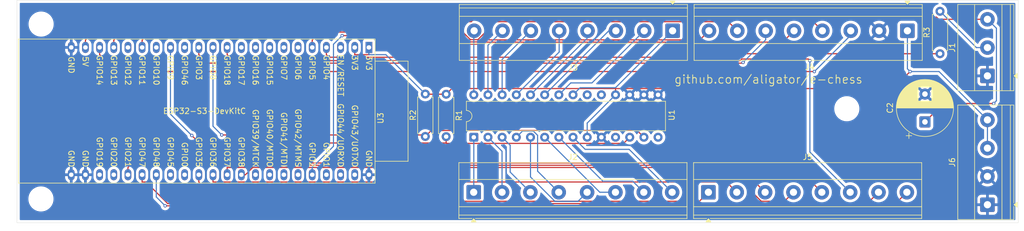
<source format=kicad_pcb>
(kicad_pcb (version 20241229) (generator "pcbnew") (generator_version "9.0")
  (title_block (comment 4 "AISLER Project ID: ACQNCHEH"))
  (layers (0 "F.Cu" signal) (2 "B.Cu" signal) (13 "F.Paste" user) (15 "B.Paste" user) (5 "F.SilkS" user "F.Silkscreen") (7 "B.SilkS" user "B.Silkscreen") (1 "F.Mask" user) (3 "B.Mask" user) (25 "Edge.Cuts" user))
  (net 0 "")
  (net 1 "+5V")
  (net 2 "GND")
  (net 3 "Net-(J1-DIN)")
  (net 4 "Net-(J4-CLK)")
  (net 5 "Net-(J4-DIN)")
  (net 7 "Net-(J4-BUSY)")
  (net 9 "Net-(J4-CS)")
  (net 11 "Net-(J4-RST)")
  (net 12 "Net-(J4-DC)")
  (net 13 "Net-(J5-GPIO37)")
  (net 14 "Net-(J5-GPIO21)")
  (net 15 "Net-(U1-SCK)")
  (net 16 "Net-(J5-GPIO47)")
  (net 17 "Net-(J5-GPIO38)")
  (net 18 "Net-(J5-GPIO36)")
  (net 19 "Net-(J5-GPIO35)")
  (net 20 "Net-(J5-GPIO18)")
  (net 21 "Net-(U1-SDA)")
  (net 23 "Net-(J5-GPIO48)")
  (net 24 "+3.3V")
  (net 25 "Net-(J3-Pin_6)")
  (net 26 "Net-(J2-Pin_1)")
  (net 27 "Net-(J3-Pin_3)")
  (net 28 "Net-(J3-Pin_5)")
  (net 29 "Net-(J3-Pin_1)")
  (net 30 "Net-(J2-Pin_6)")
  (net 31 "Net-(J2-Pin_7)")
  (net 32 "Net-(J2-Pin_5)")
  (net 33 "Net-(J3-Pin_8)")
  (net 34 "Net-(J2-Pin_3)")
  (net 35 "Net-(J3-Pin_4)")
  (net 36 "Net-(J3-Pin_2)")
  (net 37 "Net-(J2-Pin_2)")
  (net 38 "Net-(J2-Pin_4)")
  (net 39 "Net-(J2-Pin_8)")
  (net 40 "Net-(J3-Pin_7)")
  (net 44 "Net-(U3-GPIO4{slash}ADC1_CH3)")
  (footprint "TerminalBlock_Phoenix:TerminalBlock_Phoenix_MKDS-1,5-8-5.08_1x08_P5.08mm_Horizontal" (layer "F.Cu") (at 252.36 80 180)
    (property "Reference" "J4" (at 17.5 -6.51 0) (layer "F.SilkS"))
    (property "Value" "e-Paper 1.54 inch")
    (pad "1" thru_hole roundrect (at 0 0 180) (size 2.6 2.6) (drill 1.3) (layers "*.Cu" "*.Mask") (roundrect_rratio 0.096154) (net 24 "+3.3V"))
    (pad "2" thru_hole circle (at 5.08 0 180) (size 2.6 2.6) (drill 1.3) (layers "*.Cu" "*.Mask") (net 2 "GND"))
    (pad "3" thru_hole circle (at 10.16 0 180) (size 2.6 2.6) (drill 1.3) (layers "*.Cu" "*.Mask") (net 5 "Net-(J4-DIN)"))
    (pad "4" thru_hole circle (at 15.24 0 180) (size 2.6 2.6) (drill 1.3) (layers "*.Cu" "*.Mask") (net 4 "Net-(J4-CLK)"))
    (pad "5" thru_hole circle (at 20.32 0 180) (size 2.6 2.6) (drill 1.3) (layers "*.Cu" "*.Mask") (net 9 "Net-(J4-CS)"))
    (pad "6" thru_hole circle (at 25.4 0 180) (size 2.6 2.6) (drill 1.3) (layers "*.Cu" "*.Mask") (net 12 "Net-(J4-DC)"))
    (pad "7" thru_hole circle (at 30.48 0 180) (size 2.6 2.6) (drill 1.3) (layers "*.Cu" "*.Mask") (net 11 "Net-(J4-RST)"))
    (pad "8" thru_hole circle (at 35.56 0 180) (size 2.6 2.6) (drill 1.3) (layers "*.Cu" "*.Mask") (net 7 "Net-(J4-BUSY)"))
  )
  (footprint "MountingHole:MountingHole_4mm" (layer "F.Cu") (at 241.5 94)
    (property "Reference" "REF02" (hide yes))
    (property "Value" "MountingHole_4mm")
    (pad "" np_thru_hole circle (at 0 0) (size 4 4) (drill 4) (layers "*.Cu" "*.Mask"))
  )
  (footprint "TerminalBlock_Phoenix:TerminalBlock_Phoenix_MKDS-1,5-3-5.08_1x03_P5.08mm_Horizontal" (layer "F.Cu") (at 266.7 88.1 90)
    (property "Reference" "J1" (at 5.08 -6.32 90) (layer "F.SilkS"))
    (property "Value" "WS2812_LEDs")
    (pad "1" thru_hole roundrect (at 0 0 90) (size 2.6 2.6) (drill 1.3) (layers "*.Cu" "*.Mask") (roundrect_rratio 0.096154) (net 2 "GND"))
    (pad "2" thru_hole circle (at 5.08 0 90) (size 2.6 2.6) (drill 1.3) (layers "*.Cu" "*.Mask") (net 3 "Net-(J1-DIN)"))
    (pad "3" thru_hole circle (at 10.16 0 90) (size 2.6 2.6) (drill 1.3) (layers "*.Cu" "*.Mask") (net 1 "+5V"))
  )
  (footprint "Package_DIP:DIP-28_W7.62mm" (layer "F.Cu") (at 174.66 99.12 90)
    (property "Reference" "U1" (at 3.97 35.47 90) (layer "F.SilkS"))
    (property "Value" "MCP23017_SP")
    (pad "1" thru_hole roundrect (at 0 0 90) (size 1.6 1.6) (drill 0.8) (layers "*.Cu" "*.Mask") (roundrect_rratio 0.15625) (net 26 "Net-(J2-Pin_1)"))
    (pad "2" thru_hole circle (at 0 2.54 90) (size 1.6 1.6) (drill 0.8) (layers "*.Cu" "*.Mask") (net 37 "Net-(J2-Pin_2)"))
    (pad "3" thru_hole circle (at 0 5.08 90) (size 1.6 1.6) (drill 0.8) (layers "*.Cu" "*.Mask") (net 34 "Net-(J2-Pin_3)"))
    (pad "4" thru_hole circle (at 0 7.62 90) (size 1.6 1.6) (drill 0.8) (layers "*.Cu" "*.Mask") (net 38 "Net-(J2-Pin_4)"))
    (pad "5" thru_hole circle (at 0 10.16 90) (size 1.6 1.6) (drill 0.8) (layers "*.Cu" "*.Mask") (net 32 "Net-(J2-Pin_5)"))
    (pad "6" thru_hole circle (at 0 12.7 90) (size 1.6 1.6) (drill 0.8) (layers "*.Cu" "*.Mask") (net 30 "Net-(J2-Pin_6)"))
    (pad "7" thru_hole circle (at 0 15.24 90) (size 1.6 1.6) (drill 0.8) (layers "*.Cu" "*.Mask") (net 31 "Net-(J2-Pin_7)"))
    (pad "8" thru_hole circle (at 0 17.78 90) (size 1.6 1.6) (drill 0.8) (layers "*.Cu" "*.Mask") (net 39 "Net-(J2-Pin_8)"))
    (pad "9" thru_hole circle (at 0 20.32 90) (size 1.6 1.6) (drill 0.8) (layers "*.Cu" "*.Mask") (net 24 "+3.3V"))
    (pad "10" thru_hole circle (at 0 22.86 90) (size 1.6 1.6) (drill 0.8) (layers "*.Cu" "*.Mask") (net 2 "GND"))
    (pad "11" thru_hole circle (at 0 25.4 90) (size 1.6 1.6) (drill 0.8) (layers "*.Cu" "*.Mask"))
    (pad "12" thru_hole circle (at 0 27.94 90) (size 1.6 1.6) (drill 0.8) (layers "*.Cu" "*.Mask") (net 15 "Net-(U1-SCK)"))
    (pad "13" thru_hole circle (at 0 30.48 90) (size 1.6 1.6) (drill 0.8) (layers "*.Cu" "*.Mask") (net 21 "Net-(U1-SDA)"))
    (pad "14" thru_hole circle (at 0 33.02 90) (size 1.6 1.6) (drill 0.8) (layers "*.Cu" "*.Mask"))
    (pad "15" thru_hole circle (at 7.62 33.02 90) (size 1.6 1.6) (drill 0.8) (layers "*.Cu" "*.Mask") (net 2 "GND"))
    (pad "16" thru_hole circle (at 7.62 30.48 90) (size 1.6 1.6) (drill 0.8) (layers "*.Cu" "*.Mask") (net 2 "GND"))
    (pad "17" thru_hole circle (at 7.62 27.94 90) (size 1.6 1.6) (drill 0.8) (layers "*.Cu" "*.Mask") (net 2 "GND"))
    (pad "18" thru_hole circle (at 7.62 25.4 90) (size 1.6 1.6) (drill 0.8) (layers "*.Cu" "*.Mask") (net 24 "+3.3V"))
    (pad "19" thru_hole circle (at 7.62 22.86 90) (size 1.6 1.6) (drill 0.8) (layers "*.Cu" "*.Mask"))
    (pad "20" thru_hole circle (at 7.62 20.32 90) (size 1.6 1.6) (drill 0.8) (layers "*.Cu" "*.Mask"))
    (pad "21" thru_hole circle (at 7.62 17.78 90) (size 1.6 1.6) (drill 0.8) (layers "*.Cu" "*.Mask") (net 29 "Net-(J3-Pin_1)"))
    (pad "22" thru_hole circle (at 7.62 15.24 90) (size 1.6 1.6) (drill 0.8) (layers "*.Cu" "*.Mask") (net 36 "Net-(J3-Pin_2)"))
    (pad "23" thru_hole circle (at 7.62 12.7 90) (size 1.6 1.6) (drill 0.8) (layers "*.Cu" "*.Mask") (net 27 "Net-(J3-Pin_3)"))
    (pad "24" thru_hole circle (at 7.62 10.16 90) (size 1.6 1.6) (drill 0.8) (layers "*.Cu" "*.Mask") (net 35 "Net-(J3-Pin_4)"))
    (pad "25" thru_hole circle (at 7.62 7.62 90) (size 1.6 1.6) (drill 0.8) (layers "*.Cu" "*.Mask") (net 28 "Net-(J3-Pin_5)"))
    (pad "26" thru_hole circle (at 7.62 5.08 90) (size 1.6 1.6) (drill 0.8) (layers "*.Cu" "*.Mask") (net 25 "Net-(J3-Pin_6)"))
    (pad "27" thru_hole circle (at 7.62 2.54 90) (size 1.6 1.6) (drill 0.8) (layers "*.Cu" "*.Mask") (net 40 "Net-(J3-Pin_7)"))
    (pad "28" thru_hole circle (at 7.62 0 90) (size 1.6 1.6) (drill 0.8) (layers "*.Cu" "*.Mask") (net 33 "Net-(J3-Pin_8)"))
  )
  (footprint "TerminalBlock_Phoenix:TerminalBlock_Phoenix_MKDS-1,5-8-5.08_1x08_P5.08mm_Horizontal" (layer "F.Cu") (at 216.7 109)
    (property "Reference" "J5" (at 17.78 -6.32 0) (layer "F.SilkS"))
    (property "Value" "Arbitary I/O")
    (pad "1" thru_hole roundrect (at 0 0) (size 2.6 2.6) (drill 1.3) (layers "*.Cu" "*.Mask") (roundrect_rratio 0.096154) (net 19 "Net-(J5-GPIO35)"))
    (pad "2" thru_hole circle (at 5.08 0) (size 2.6 2.6) (drill 1.3) (layers "*.Cu" "*.Mask") (net 18 "Net-(J5-GPIO36)"))
    (pad "3" thru_hole circle (at 10.16 0) (size 2.6 2.6) (drill 1.3) (layers "*.Cu" "*.Mask") (net 13 "Net-(J5-GPIO37)"))
    (pad "4" thru_hole circle (at 15.24 0) (size 2.6 2.6) (drill 1.3) (layers "*.Cu" "*.Mask") (net 17 "Net-(J5-GPIO38)"))
    (pad "5" thru_hole circle (at 20.32 0) (size 2.6 2.6) (drill 1.3) (layers "*.Cu" "*.Mask") (net 14 "Net-(J5-GPIO21)"))
    (pad "6" thru_hole circle (at 25.4 0) (size 2.6 2.6) (drill 1.3) (layers "*.Cu" "*.Mask") (net 20 "Net-(J5-GPIO18)"))
    (pad "7" thru_hole circle (at 30.48 0) (size 2.6 2.6) (drill 1.3) (layers "*.Cu" "*.Mask") (net 16 "Net-(J5-GPIO47)"))
    (pad "8" thru_hole circle (at 35.56 0) (size 2.6 2.6) (drill 1.3) (layers "*.Cu" "*.Mask") (net 23 "Net-(J5-GPIO48)"))
  )
  (footprint "TerminalBlock_Phoenix:TerminalBlock_Phoenix_MKDS-1,5-8-5.08_1x08_P5.08mm_Horizontal" (layer "F.Cu") (at 174.64 109)
    (property "Reference" "J2" (at 17.78 -6.32 0) (layer "F.SilkS"))
    (property "Value" "Outputs")
    (pad "1" thru_hole roundrect (at 0 0) (size 2.6 2.6) (drill 1.3) (layers "*.Cu" "*.Mask") (roundrect_rratio 0.096154) (net 26 "Net-(J2-Pin_1)"))
    (pad "2" thru_hole circle (at 5.08 0) (size 2.6 2.6) (drill 1.3) (layers "*.Cu" "*.Mask") (net 37 "Net-(J2-Pin_2)"))
    (pad "3" thru_hole circle (at 10.16 0) (size 2.6 2.6) (drill 1.3) (layers "*.Cu" "*.Mask") (net 34 "Net-(J2-Pin_3)"))
    (pad "4" thru_hole circle (at 15.24 0) (size 2.6 2.6) (drill 1.3) (layers "*.Cu" "*.Mask") (net 38 "Net-(J2-Pin_4)"))
    (pad "5" thru_hole circle (at 20.32 0) (size 2.6 2.6) (drill 1.3) (layers "*.Cu" "*.Mask") (net 32 "Net-(J2-Pin_5)"))
    (pad "6" thru_hole circle (at 25.4 0) (size 2.6 2.6) (drill 1.3) (layers "*.Cu" "*.Mask") (net 30 "Net-(J2-Pin_6)"))
    (pad "7" thru_hole circle (at 30.48 0) (size 2.6 2.6) (drill 1.3) (layers "*.Cu" "*.Mask") (net 31 "Net-(J2-Pin_7)"))
    (pad "8" thru_hole circle (at 35.56 0) (size 2.6 2.6) (drill 1.3) (layers "*.Cu" "*.Mask") (net 39 "Net-(J2-Pin_8)"))
  )
  (footprint "Resistor_THT:R_Axial_DIN0207_L6.3mm_D2.5mm_P7.62mm_Horizontal" (layer "F.Cu") (at 169.71 99.01 90)
    (property "Reference" "R1" (at 3.81 2.3 90) (layer "F.SilkS"))
    (property "Value" "R4.7k")
    (pad "1" thru_hole circle (at 0 0 90) (size 1.6 1.6) (drill 0.8) (layers "*.Cu" "*.Mask") (net 15 "Net-(U1-SCK)"))
    (pad "2" thru_hole circle (at 7.62 0 90) (size 1.6 1.6) (drill 0.8) (layers "*.Cu" "*.Mask") (net 24 "+3.3V"))
  )
  (footprint "TerminalBlock_Phoenix:TerminalBlock_Phoenix_MKDS-1,5-8-5.08_1x08_P5.08mm_Horizontal" (layer "F.Cu") (at 210.28 80 180)
    (property "Reference" "J3" (at 17.83 -6.62 0) (layer "F.SilkS"))
    (property "Value" "Inputs")
    (pad "1" thru_hole roundrect (at 0 0 180) (size 2.6 2.6) (drill 1.3) (layers "*.Cu" "*.Mask") (roundrect_rratio 0.096154) (net 29 "Net-(J3-Pin_1)"))
    (pad "2" thru_hole circle (at 5.08 0 180) (size 2.6 2.6) (drill 1.3) (layers "*.Cu" "*.Mask") (net 36 "Net-(J3-Pin_2)"))
    (pad "3" thru_hole circle (at 10.16 0 180) (size 2.6 2.6) (drill 1.3) (layers "*.Cu" "*.Mask") (net 27 "Net-(J3-Pin_3)"))
    (pad "4" thru_hole circle (at 15.24 0 180) (size 2.6 2.6) (drill 1.3) (layers "*.Cu" "*.Mask") (net 35 "Net-(J3-Pin_4)"))
    (pad "5" thru_hole circle (at 20.32 0 180) (size 2.6 2.6) (drill 1.3) (layers "*.Cu" "*.Mask") (net 28 "Net-(J3-Pin_5)"))
    (pad "6" thru_hole circle (at 25.4 0 180) (size 2.6 2.6) (drill 1.3) (layers "*.Cu" "*.Mask") (net 25 "Net-(J3-Pin_6)"))
    (pad "7" thru_hole circle (at 30.48 0 180) (size 2.6 2.6) (drill 1.3) (layers "*.Cu" "*.Mask") (net 40 "Net-(J3-Pin_7)"))
    (pad "8" thru_hole circle (at 35.56 0 180) (size 2.6 2.6) (drill 1.3) (layers "*.Cu" "*.Mask") (net 33 "Net-(J3-Pin_8)"))
  )
  (footprint "TerminalBlock_Phoenix:TerminalBlock_Phoenix_MKDS-1,5-4-5.08_1x04_P5.08mm_Horizontal" (layer "F.Cu") (at 266.7 111.24 90)
    (property "Reference" "J6" (at 7.62 -6.32 90) (layer "F.SilkS"))
    (property "Value" "Power for I/O")
    (pad "1" thru_hole roundrect (at 0 0 90) (size 2.6 2.6) (drill 1.3) (layers "*.Cu" "*.Mask") (roundrect_rratio 0.096154) (net 2 "GND"))
    (pad "2" thru_hole circle (at 5.08 0 90) (size 2.6 2.6) (drill 1.3) (layers "*.Cu" "*.Mask") (net 2 "GND"))
    (pad "3" thru_hole circle (at 10.16 0 90) (size 2.6 2.6) (drill 1.3) (layers "*.Cu" "*.Mask") (net 24 "+3.3V"))
    (pad "4" thru_hole circle (at 15.24 0 90) (size 2.6 2.6) (drill 1.3) (layers "*.Cu" "*.Mask") (net 24 "+3.3V"))
  )
  (footprint "PCM_Espressif:ESP32-S3-DevKitC" (layer "F.Cu") (at 155.8673 82.9937 -90)
    (property "Reference" "U3" (at 12.7 -2.1 90) (layer "F.SilkS"))
    (property "Value" "ESP32-S3-DevKitC" (at 11.42632 29.46128 0) (layer "F.SilkS"))
    (fp_text user "3V3" (at 1.27 2.54 270) (layer "F.SilkS") (effects (justify left)))
    (fp_text user "GPIO37" (at 21.59 25.4 270) (layer "F.SilkS") (effects (justify right)))
    (fp_text user "GPIO41/MTDI" (at 21.59 15.24 270) (layer "F.SilkS") (effects (justify right)))
    (fp_text user "EN/RESET" (at 8.88632 5.07728 270) (layer "F.SilkS") (effects (justify right)))
    (fp_text user "GPIO48" (at 21.59 38.1 270) (layer "F.SilkS") (effects (justify right)))
    (fp_text user "GPIO9" (at 1.27 35.56 270) (layer "F.SilkS") (effects (justify left)))
    (fp_text user "GPIO36" (at 21.59 27.94 270) (layer "F.SilkS") (effects (justify right)))
    (fp_text user "GPIO20" (at 21.59 45.72 270) (layer "F.SilkS") (effects (justify right)))
    (fp_text user "GPIO19" (at 21.59 48.26 270) (layer "F.SilkS") (effects (justify right)))
    (fp_text user "GPIO3" (at 1.27 30.48 270) (layer "F.SilkS") (effects (justify left)))
    (fp_text user "GPIO38" (at 21.59 22.86 270) (layer "F.SilkS") (effects (justify right)))
    (fp_text user "GPIO5" (at 1.27 10.16 270) (layer "F.SilkS") (effects (justify left)))
    (fp_text user "GPIO15" (at 1.27 17.78 270) (layer "F.SilkS") (effects (justify left)))
    (fp_text user "GPIO1" (at 21.59 7.62 270) (layer "F.SilkS") (effects (justify right)))
    (fp_text user "GPIO7" (at 1.27 15.24 270) (layer "F.SilkS") (effects (justify left)))
    (fp_text user "GPIO14" (at 1.27 48.26 270) (layer "F.SilkS") (effects (justify left)))
    (fp_text user "GPIO45" (at 21.59 35.56 270) (layer "F.SilkS") (effects (justify right)))
    (fp_text user "GPIO39/MTCK" (at 21.59 20.32 270) (layer "F.SilkS") (effects (justify right)))
    (fp_text user "GPIO6" (at 1.27 12.7 270) (layer "F.SilkS") (effects (justify left)))
    (fp_text user "GND" (at 21.59 50.8 270) (layer "F.SilkS") (effects (justify right)))
    (fp_text user "GND" (at 1.52032 53.33728 270) (layer "F.SilkS") (effects (justify left)))
    (fp_text user "5V" (at 1.52032 50.79728 270) (layer "F.SilkS") (effects (justify left)))
    (fp_text user "3V3" (at 1.27 0 270) (layer "F.SilkS") (effects (justify left)))
    (fp_text user "GPIO17" (at 1.27 22.86 270) (layer "F.SilkS") (effects (justify left)))
    (fp_text user "GPIO35" (at 21.59 30.48 270) (layer "F.SilkS") (effects (justify right)))
    (fp_text user "GPIO42/MTMS" (at 21.59 12.7 270) (layer "F.SilkS") (effects (justify right)))
    (fp_text user "GPIO47" (at 21.59 40.64 270) (layer "F.SilkS") (effects (justify right)))
    (fp_text user "GPIO12" (at 1.27 43.18 270) (layer "F.SilkS") (effects (justify left)))
    (fp_text user "GPIO40/MTDO" (at 21.59 17.78 270) (layer "F.SilkS") (effects (justify right)))
    (fp_text user "GPIO11" (at 1.27 40.64 270) (layer "F.SilkS") (effects (justify left)))
    (fp_text user "GPIO8" (at 1.27 27.94 270) (layer "F.SilkS") (effects (justify left)))
    (fp_text user "GPIO43/U0TXD" (at 21.59 2.54 270) (layer "F.SilkS") (effects (justify right)))
    (fp_text user "GPIO2" (at 21.59 10.16 270) (layer "F.SilkS") (effects (justify right)))
    (fp_text user "GPIO4" (at 1.27 7.62 270) (layer "F.SilkS") (effects (justify left)))
    (fp_text user "GPIO44/U0RXD" (at 21.59 5.08 270) (layer "F.SilkS") (effects (justify right)))
    (fp_text user "GND" (at 21.59 53.34 270) (layer "F.SilkS") (effects (justify right)))
    (fp_text user "GPIO10" (at 1.27 38.1 270) (layer "F.SilkS") (effects (justify left)))
    (fp_text user "GPIO16" (at 1.27 20.32 270) (layer "F.SilkS") (effects (justify left)))
    (fp_text user "GPIO0" (at 21.59 33.02 270) (layer "F.SilkS") (effects (justify right)))
    (fp_text user "GPIO21" (at 21.59 43.18 270) (layer "F.SilkS") (effects (justify right)))
    (fp_text user "GPIO46" (at 1.27 33.02 270) (layer "F.SilkS") (effects (justify left)))
    (fp_text user "GND" (at 21.59 0 270) (layer "F.SilkS") (effects (justify right)))
    (fp_text user "GPIO13" (at 1.27 45.72 270) (layer "F.SilkS") (effects (justify left)))
    (fp_text user "GPIO18" (at 1.27 25.4 270) (layer "F.SilkS") (effects (justify left)))
    (pad "1" thru_hole rect (at 0 0 180) (size 1.2 2) (drill 0.8) (layers "*.Cu" "*.Mask") (net 24 "+3.3V"))
    (pad "2" thru_hole oval (at 0 2.54 180) (size 1.2 2) (drill 0.8) (layers "*.Cu" "*.Mask") (net 24 "+3.3V"))
    (pad "3" thru_hole oval (at 0 5.08 180) (size 1.2 2) (drill 0.8) (layers "*.Cu" "*.Mask"))
    (pad "4" thru_hole oval (at 0 7.62 180) (size 1.2 2) (drill 0.8) (layers "*.Cu" "*.Mask") (net 44 "Net-(U3-GPIO4{slash}ADC1_CH3)"))
    (pad "5" thru_hole oval (at 0 10.16 180) (size 1.2 2) (drill 0.8) (layers "*.Cu" "*.Mask") (net 7 "Net-(J4-BUSY)"))
    (pad "6" thru_hole oval (at 0 12.7 180) (size 1.2 2) (drill 0.8) (layers "*.Cu" "*.Mask"))
    (pad "7" thru_hole oval (at 0 15.24 180) (size 1.2 2) (drill 0.8) (layers "*.Cu" "*.Mask"))
    (pad "8" thru_hole oval (at 0 17.78 180) (size 1.2 2) (drill 0.8) (layers "*.Cu" "*.Mask"))
    (pad "9" thru_hole oval (at 0 20.32 180) (size 1.2 2) (drill 0.8) (layers "*.Cu" "*.Mask"))
    (pad "10" thru_hole oval (at 0 22.86 180) (size 1.2 2) (drill 0.8) (layers "*.Cu" "*.Mask"))
    (pad "11" thru_hole oval (at 0 25.4 180) (size 1.2 2) (drill 0.8) (layers "*.Cu" "*.Mask") (net 20 "Net-(J5-GPIO18)"))
    (pad "12" thru_hole oval (at 0 27.94 180) (size 1.2 2) (drill 0.8) (layers "*.Cu" "*.Mask") (net 21 "Net-(U1-SDA)"))
    (pad "13" thru_hole oval (at 0 30.48 180) (size 1.2 2) (drill 0.8) (layers "*.Cu" "*.Mask") (net 12 "Net-(J4-DC)"))
    (pad "14" thru_hole oval (at 0 33.02 180) (size 1.2 2) (drill 0.8) (layers "*.Cu" "*.Mask"))
    (pad "15" thru_hole oval (at 0 35.56 180) (size 1.2 2) (drill 0.8) (layers "*.Cu" "*.Mask") (net 15 "Net-(U1-SCK)"))
    (pad "16" thru_hole oval (at 0 38.1 180) (size 1.2 2) (drill 0.8) (layers "*.Cu" "*.Mask"))
    (pad "17" thru_hole oval (at 0 40.64 180) (size 1.2 2) (drill 0.8) (layers "*.Cu" "*.Mask") (net 11 "Net-(J4-RST)"))
    (pad "18" thru_hole oval (at 0 43.18 180) (size 1.2 2) (drill 0.8) (layers "*.Cu" "*.Mask"))
    (pad "19" thru_hole oval (at 0 45.72 180) (size 1.2 2) (drill 0.8) (layers "*.Cu" "*.Mask") (net 4 "Net-(J4-CLK)"))
    (pad "20" thru_hole oval (at -0.00368 48.25728 180) (size 1.2 2) (drill 0.8) (layers "*.Cu" "*.Mask") (net 5 "Net-(J4-DIN)"))
    (pad "21" thru_hole oval (at -0.00368 50.79728 180) (size 1.2 2) (drill 0.8) (layers "*.Cu" "*.Mask") (net 1 "+5V"))
    (pad "22" thru_hole oval (at -0.00368 53.33728 180) (size 1.2 2) (drill 0.8) (layers "*.Cu" "*.Mask") (net 2 "GND"))
    (pad "23" thru_hole oval (at 22.86 53.34 180) (size 1.2 2) (drill 0.8) (layers "*.Cu" "*.Mask") (net 2 "GND"))
    (pad "24" thru_hole oval (at 22.86 50.8 180) (size 1.2 2) (drill 0.8) (layers "*.Cu" "*.Mask") (net 2 "GND"))
    (pad "25" thru_hole oval (at 22.86 48.26 180) (size 1.2 2) (drill 0.8) (layers "*.Cu" "*.Mask"))
    (pad "26" thru_hole oval (at 22.86 45.72 180) (size 1.2 2) (drill 0.8) (layers "*.Cu" "*.Mask"))
    (pad "27" thru_hole oval (at 22.86 43.18 180) (size 1.2 2) (drill 0.8) (layers "*.Cu" "*.Mask") (net 14 "Net-(J5-GPIO21)"))
    (pad "28" thru_hole oval (at 22.86 40.64 180) (size 1.2 2) (drill 0.8) (layers "*.Cu" "*.Mask") (net 16 "Net-(J5-GPIO47)"))
    (pad "29" thru_hole oval (at 22.86 38.1 180) (size 1.2 2) (drill 0.8) (layers "*.Cu" "*.Mask") (net 23 "Net-(J5-GPIO48)"))
    (pad "30" thru_hole oval (at 22.86 35.56 180) (size 1.2 2) (drill 0.8) (layers "*.Cu" "*.Mask"))
    (pad "31" thru_hole oval (at 22.86 33.02 180) (size 1.2 2) (drill 0.8) (layers "*.Cu" "*.Mask"))
    (pad "32" thru_hole oval (at 22.86 30.48 180) (size 1.2 2) (drill 0.8) (layers "*.Cu" "*.Mask") (net 19 "Net-(J5-GPIO35)"))
    (pad "33" thru_hole oval (at 22.86 27.94 180) (size 1.2 2) (drill 0.8) (layers "*.Cu" "*.Mask") (net 18 "Net-(J5-GPIO36)"))
    (pad "34" thru_hole oval (at 22.86 25.4 180) (size 1.2 2) (drill 0.8) (layers "*.Cu" "*.Mask") (net 13 "Net-(J5-GPIO37)"))
    (pad "35" thru_hole oval (at 22.86 22.86 180) (size 1.2 2) (drill 0.8) (layers "*.Cu" "*.Mask") (net 17 "Net-(J5-GPIO38)"))
    (pad "36" thru_hole oval (at 22.86 20.32 180) (size 1.2 2) (drill 0.8) (layers "*.Cu" "*.Mask"))
    (pad "37" thru_hole oval (at 22.86 17.78 180) (size 1.2 2) (drill 0.8) (layers "*.Cu" "*.Mask"))
    (pad "38" thru_hole oval (at 22.86 15.24 180) (size 1.2 2) (drill 0.8) (layers "*.Cu" "*.Mask"))
    (pad "39" thru_hole oval (at 22.86 12.7 180) (size 1.2 2) (drill 0.8) (layers "*.Cu" "*.Mask"))
    (pad "40" thru_hole oval (at 22.86 10.16 180) (size 1.2 2) (drill 0.8) (layers "*.Cu" "*.Mask") (net 9 "Net-(J4-CS)"))
    (pad "41" thru_hole oval (at 22.86 7.62 180) (size 1.2 2) (drill 0.8) (layers "*.Cu" "*.Mask"))
    (pad "42" thru_hole oval (at 22.86 5.08 180) (size 1.2 2) (drill 0.8) (layers "*.Cu" "*.Mask"))
    (pad "43" thru_hole oval (at 22.86 2.54 180) (size 1.2 2) (drill 0.8) (layers "*.Cu" "*.Mask"))
    (pad "44" thru_hole oval (at 22.86 0 180) (size 1.2 2) (drill 0.8) (layers "*.Cu" "*.Mask") (net 2 "GND"))
  )
  (footprint "Resistor_THT:R_Axial_DIN0207_L6.3mm_D2.5mm_P7.62mm_Horizontal" (layer "F.Cu") (at 258.2 84.12 90)
    (property "Reference" "R3" (at 3.81 -2.37 90) (layer "F.SilkS"))
    (property "Value" "R470")
    (pad "1" thru_hole circle (at 0 0 90) (size 1.6 1.6) (drill 0.8) (layers "*.Cu" "*.Mask") (net 44 "Net-(U3-GPIO4{slash}ADC1_CH3)"))
    (pad "2" thru_hole circle (at 7.62 0 90) (size 1.6 1.6) (drill 0.8) (layers "*.Cu" "*.Mask") (net 3 "Net-(J1-DIN)"))
  )
  (footprint "MountingHole:MountingHole_4mm" (layer "F.Cu") (at 97.13 78.8)
    (property "Reference" "REF00" (hide yes))
    (property "Value" "MountingHole_4mm")
    (pad "" np_thru_hole circle (at 0 0) (size 4 4) (drill 4) (layers "*.Cu" "*.Mask"))
  )
  (footprint "MountingHole:MountingHole_4mm" (layer "F.Cu") (at 97.1 110.2)
    (property "Reference" "REF01" (hide yes))
    (property "Value" "MountingHole_4mm")
    (pad "" np_thru_hole circle (at 0 0) (size 4 4) (drill 4) (layers "*.Cu" "*.Mask"))
  )
  (footprint "Resistor_THT:R_Axial_DIN0207_L6.3mm_D2.5mm_P7.62mm_Horizontal" (layer "F.Cu") (at 165.9702 98.9798 90)
    (property "Reference" "R2" (at 3.81 -2.2 90) (layer "F.SilkS"))
    (property "Value" "R4.7k")
    (pad "1" thru_hole circle (at 0 0 90) (size 1.6 1.6) (drill 0.8) (layers "*.Cu" "*.Mask") (net 21 "Net-(U1-SDA)"))
    (pad "2" thru_hole circle (at 7.62 0 90) (size 1.6 1.6) (drill 0.8) (layers "*.Cu" "*.Mask") (net 24 "+3.3V"))
  )
  (footprint "Capacitor_THT:CP_Radial_D10.0mm_P5.00mm" (layer "F.Cu") (at 255.5 96.3677 90)
    (property "Reference" "C2" (at 2.5 -6.25 90) (layer "F.SilkS"))
    (property "Value" "470 µF")
    (pad "1" thru_hole roundrect (at 0 0 90) (size 2 2) (drill 1) (layers "*.Cu" "*.Mask") (roundrect_rratio 0.125) (net 1 "+5V"))
    (pad "2" thru_hole circle (at 5 0 90) (size 2 2) (drill 1) (layers "*.Cu" "*.Mask") (net 2 "GND"))
  )
  (gr_rect (start 92.8 74.5) (end 272.2 114.5) (stroke (width 0.05)) (fill no) (layer "Edge.Cuts"))
  (gr_text "github.com/aligator/e-chess" (at 210.5 89.6 0) (layer "F.SilkS") (effects (font (size 1.5 1.5)) (justify left bottom)))
  (segment (start 258.804 93.0637) (end 267.8139 93.0637) (width 0.2) (layer "F.Cu") (net 1))
  (segment (start 109.2029 77.5554) (end 257.5839 77.5554) (width 0.2) (layer "F.Cu") (net 1))
  (segment (start 257.9685 77.94) (end 266.7 77.94) (width 0.2) (layer "F.Cu") (net 1))
  (segment (start 105.07 81.6883) (end 109.2029 77.5554) (width 0.2) (layer "F.Cu") (net 1))
  (segment (start 105.07 82.99) (end 105.07 81.6883) (width 0.2) (layer "F.Cu") (net 1))
  (segment (start 255.5 96.3677) (end 258.804 93.0637) (width 0.2) (layer "F.Cu") (net 1))
  (segment (start 257.5839 77.5554) (end 257.9685 77.94) (width 0.2) (layer "F.Cu") (net 1))
  (via (at 267.8139 93.0637) (size 0.6) (drill 0.3) (layers "F.Cu" "B.Cu") (net 1))
  (segment (start 267.8139 93.0637) (end 268.3109 92.5667) (width 0.2) (layer "B.Cu") (net 1))
  (segment (start 268.3109 92.5667) (end 268.3109 79.5509) (width 0.2) (layer "B.Cu") (net 1))
  (segment (start 268.3109 79.5509) (end 266.7 77.94) (width 0.2) (layer "B.Cu") (net 1))
  (segment (start 264.72 83.02) (end 266.7 83.02) (width 0.2) (layer "B.Cu") (net 3))
  (segment (start 258.2 76.5) (end 264.72 83.02) (width 0.2) (layer "B.Cu") (net 3))
  (segment (start 113.3313 78.508) (end 135.258 78.508) (width 0.2) (layer "F.Cu") (net 4))
  (segment (start 135.258 78.508) (end 135.396 78.37) (width 0.2) (layer "F.Cu") (net 4))
  (segment (start 110.1473 81.692) (end 113.3313 78.508) (width 0.2) (layer "F.Cu") (net 4))
  (segment (start 174.2013 78.37) (end 174.4367 78.1346) (width 0.2) (layer "F.Cu") (net 4))
  (segment (start 235.0883 77.9683) (end 237.12 80) (width 0.2) (layer "F.Cu") (net 4))
  (segment (start 174.603 77.9683) (end 235.0883 77.9683) (width 0.2) (layer "F.Cu") (net 4))
  (segment (start 135.396 78.37) (end 174.2013 78.37) (width 0.2) (layer "F.Cu") (net 4))
  (segment (start 110.1473 82.9937) (end 110.1473 81.692) (width 0.2) (layer "F.Cu") (net 4))
  (segment (start 174.4367 78.1346) (end 174.603 77.9683) (width 0.2) (layer "F.Cu") (net 4))
  (segment (start 174.4367 78.1346) (end 174.603 77.9683) (width 0.2) (layer "F.Cu") (net 4))
  (segment (start 135.258 78.508) (end 135.396 78.37) (width 0.2) (layer "F.Cu") (net 4))
  (segment (start 235.6849 87.3207) (end 110.639 87.3207) (width 0.2) (layer "F.Cu") (net 5))
  (segment (start 107.61 82.99) (end 107.61 84.2917) (width 0.2) (layer "F.Cu") (net 5))
  (segment (start 110.639 87.3207) (end 107.61 84.2917) (width 0.2) (layer "F.Cu") (net 5))
  (via (at 235.6849 87.3207) (size 0.6) (drill 0.3) (layers "F.Cu" "B.Cu") (net 5))
  (segment (start 242.2 80) (end 242.2 80.8056) (width 0.2) (layer "B.Cu") (net 5))
  (segment (start 242.2 80.8056) (end 235.6849 87.3207) (width 0.2) (layer "B.Cu") (net 5))
  (segment (start 175.5498 82.0034) (end 175.9149 81.6383) (width 0.2) (layer "F.Cu") (net 7))
  (segment (start 145.7073 82.9937) (end 145.7073 81.692) (width 0.2) (layer "F.Cu") (net 7))
  (segment (start 215.1617 81.6383) (end 216.8 80) (width 0.2) (layer "F.Cu") (net 7))
  (segment (start 145.7073 81.692) (end 147.1573 80.242) (width 0.2) (layer "F.Cu") (net 7))
  (segment (start 147.1573 80.242) (end 172.1237 80.242) (width 0.2) (layer "F.Cu") (net 7))
  (segment (start 172.1237 80.242) (end 173.8851 82.0034) (width 0.2) (layer "F.Cu") (net 7))
  (segment (start 173.8851 82.0034) (end 175.5498 82.0034) (width 0.2) (layer "F.Cu") (net 7))
  (segment (start 175.9149 81.6383) (end 215.1617 81.6383) (width 0.2) (layer "F.Cu") (net 7))
  (segment (start 175.9515 82.1697) (end 176.0812 82.04) (width 0.2) (layer "F.Cu") (net 9))
  (segment (start 173.5186 82.4051) (end 175.7161 82.4051) (width 0.2) (layer "F.Cu") (net 9))
  (segment (start 175.9515 82.1697) (end 176.0812 82.04) (width 0.2) (layer "F.Cu") (net 9))
  (segment (start 230 82.04) (end 232.04 80) (width 0.2) (layer "F.Cu") (net 9))
  (segment (start 171.9814 80.8679) (end 173.5186 82.4051) (width 0.2) (layer "F.Cu") (net 9))
  (segment (start 151.0725 80.8679) (end 171.9814 80.8679) (width 0.2) (layer "F.Cu") (net 9))
  (segment (start 175.7161 82.4051) (end 175.9515 82.1697) (width 0.2) (layer "F.Cu") (net 9))
  (segment (start 176.0812 82.04) (end 230 82.04) (width 0.2) (layer "F.Cu") (net 9))
  (via (at 151.0725 80.8679) (size 0.6) (drill 0.3) (layers "F.Cu" "B.Cu") (net 9))
  (segment (start 149.5173 82.4231) (end 149.5173 100.742) (width 0.2) (layer "B.Cu") (net 9))
  (segment (start 145.7073 105.8537) (end 145.7073 104.552) (width 0.2) (layer "B.Cu") (net 9))
  (segment (start 151.0725 80.8679) (end 149.5173 82.4231) (width 0.2) (layer "B.Cu") (net 9))
  (segment (start 149.5173 100.742) (end 145.7073 104.552) (width 0.2) (layer "B.Cu") (net 9))
  (segment (start 117.0852 79.8341) (end 172.289 79.8341) (width 0.2) (layer "F.Cu") (net 11))
  (segment (start 172.289 79.8341) (end 174.0566 81.6017) (width 0.2) (layer "F.Cu") (net 11))
  (segment (start 220.25 78.37) (end 221.88 80) (width 0.2) (layer "F.Cu") (net 11))
  (segment (start 175.3835 81.6017) (end 178.6152 78.37) (width 0.2) (layer "F.Cu") (net 11))
  (segment (start 115.2273 82.9937) (end 115.2273 81.692) (width 0.2) (layer "F.Cu") (net 11))
  (segment (start 178.6152 78.37) (end 220.25 78.37) (width 0.2) (layer "F.Cu") (net 11))
  (segment (start 174.0566 81.6017) (end 175.3835 81.6017) (width 0.2) (layer "F.Cu") (net 11))
  (segment (start 115.2273 81.692) (end 117.0852 79.8341) (width 0.2) (layer "F.Cu") (net 11))
  (segment (start 222.9129 85.6763) (end 222.7747 85.8145) (width 0.2) (layer "F.Cu") (net 12))
  (segment (start 125.3873 82.9937) (end 125.3873 84.2954) (width 0.2) (layer "F.Cu") (net 12))
  (segment (start 126.9064 85.8145) (end 125.3873 84.2954) (width 0.2) (layer "F.Cu") (net 12))
  (segment (start 222.7747 85.8145) (end 126.9064 85.8145) (width 0.2) (layer "F.Cu") (net 12))
  (via (at 222.9129 85.6763) (size 0.6) (drill 0.3) (layers "F.Cu" "B.Cu") (net 12))
  (segment (start 226.96 80) (end 226.96 81.6292) (width 0.2) (layer "B.Cu") (net 12))
  (segment (start 226.96 81.6292) (end 222.9129 85.6763) (width 0.2) (layer "B.Cu") (net 12))
  (segment (start 130.4688 104.5505) (end 130.4673 104.552) (width 0.2) (layer "F.Cu") (net 13))
  (segment (start 130.4673 105.8537) (end 130.4673 104.552) (width 0.2) (layer "F.Cu") (net 13))
  (segment (start 134.4454 104.3857) (end 134.2806 104.5505) (width 0.2) (layer "F.Cu") (net 13))
  (segment (start 222.0103 104.1503) (end 134.6808 104.1503) (width 0.2) (layer "F.Cu") (net 13))
  (segment (start 226.86 109) (end 222.0103 104.1503) (width 0.2) (layer "F.Cu") (net 13))
  (segment (start 134.2806 104.5505) (end 130.4688 104.5505) (width 0.2) (layer "F.Cu") (net 13))
  (segment (start 134.6808 104.1503) (end 134.4454 104.3857) (width 0.2) (layer "F.Cu") (net 13))
  (segment (start 134.4454 104.3857) (end 134.2806 104.5505) (width 0.2) (layer "F.Cu") (net 13))
  (segment (start 231.7686 103.7486) (end 132.2131 103.7486) (width 0.2) (layer "F.Cu") (net 14))
  (segment (start 112.6873 105.8537) (end 112.6873 104.552) (width 0.2) (layer "F.Cu") (net 14))
  (segment (start 237.02 109) (end 231.7686 103.7486) (width 0.2) (layer "F.Cu") (net 14))
  (segment (start 131.8671 104.0946) (end 113.1447 104.0946) (width 0.2) (layer "F.Cu") (net 14))
  (segment (start 113.1447 104.0946) (end 112.6873 104.552) (width 0.2) (layer "F.Cu") (net 14))
  (segment (start 132.0319 103.9298) (end 131.8671 104.0946) (width 0.2) (layer "F.Cu") (net 14))
  (segment (start 132.0319 103.9298) (end 131.8671 104.0946) (width 0.2) (layer "F.Cu") (net 14))
  (segment (start 132.2131 103.7486) (end 132.0319 103.9298) (width 0.2) (layer "F.Cu") (net 14))
  (segment (start 202.6 99.12) (end 201.4951 100.2249) (width 0.2) (layer "F.Cu") (net 15))
  (segment (start 169.7859 100.2249) (end 169.71 100.149) (width 0.2) (layer "F.Cu") (net 15))
  (segment (start 169.71 100.149) (end 125.473 100.149) (width 0.2) (layer "F.Cu") (net 15))
  (segment (start 201.4951 100.2249) (end 169.7859 100.2249) (width 0.2) (layer "F.Cu") (net 15))
  (segment (start 125.473 100.149) (end 124.1307 98.8067) (width 0.2) (layer "F.Cu") (net 15))
  (segment (start 169.71 100.149) (end 169.71 99.01) (width 0.2) (layer "F.Cu") (net 15))
  (via (at 124.1307 98.8067) (size 0.6) (drill 0.3) (layers "F.Cu" "B.Cu") (net 15))
  (segment (start 120.3073 94.9833) (end 120.3073 82.9937) (width 0.2) (layer "B.Cu") (net 15))
  (segment (start 124.1307 98.8067) (end 120.3073 94.9833) (width 0.2) (layer "B.Cu") (net 15))
  (segment (start 115.2273 105.8537) (end 115.2273 107.1554) (width 0.2) (layer "F.Cu") (net 16))
  (segment (start 115.2273 107.1554) (end 115.9276 107.1554) (width 0.2) (layer "F.Cu") (net 16))
  (segment (start 115.9276 107.1554) (end 119.8035 111.0313) (width 0.2) (layer "F.Cu") (net 16))
  (segment (start 245.1487 111.0313) (end 247.18 109) (width 0.2) (layer "F.Cu") (net 16))
  (segment (start 119.8035 111.0313) (end 245.1487 111.0313) (width 0.2) (layer "F.Cu") (net 16))
  (segment (start 231.94 109) (end 230.3244 110.6156) (width 0.2) (layer "F.Cu") (net 17))
  (segment (start 220.105 104.552) (end 135.0473 104.552) (width 0.2) (layer "F.Cu") (net 17))
  (segment (start 133.7456 105.8537) (end 133.0073 105.8537) (width 0.2) (layer "F.Cu") (net 17))
  (segment (start 226.1686 110.6156) (end 220.105 104.552) (width 0.2) (layer "F.Cu") (net 17))
  (segment (start 230.3244 110.6156) (end 226.1686 110.6156) (width 0.2) (layer "F.Cu") (net 17))
  (segment (start 135.0473 104.552) (end 133.7456 105.8537) (width 0.2) (layer "F.Cu") (net 17))
  (segment (start 127.9273 107.1554) (end 219.9354 107.1554) (width 0.2) (layer "F.Cu") (net 18))
  (segment (start 219.9354 107.1554) (end 221.78 109) (width 0.2) (layer "F.Cu") (net 18))
  (segment (start 127.9273 105.8537) (end 127.9273 107.1554) (width 0.2) (layer "F.Cu") (net 18))
  (segment (start 216.7 109) (end 215.0828 110.6172) (width 0.2) (layer "F.Cu") (net 19))
  (segment (start 128.8491 110.6172) (end 125.3873 107.1554) (width 0.2) (layer "F.Cu") (net 19))
  (segment (start 125.3873 105.8537) (end 125.3873 107.1554) (width 0.2) (layer "F.Cu") (net 19))
  (segment (start 215.0828 110.6172) (end 128.8491 110.6172) (width 0.2) (layer "F.Cu") (net 19))
  (segment (start 131.5395 85.3676) (end 130.4673 84.2954) (width 0.2) (layer "F.Cu") (net 20))
  (segment (start 234.5935 85.0746) (end 222.6638 85.0746) (width 0.2) (layer "F.Cu") (net 20))
  (segment (start 222.6638 85.0746) (end 222.3708 85.3676) (width 0.2) (layer "F.Cu") (net 20))
  (segment (start 130.4673 82.9937) (end 130.4673 84.2954) (width 0.2) (layer "F.Cu") (net 20))
  (segment (start 222.3708 85.3676) (end 131.5395 85.3676) (width 0.2) (layer "F.Cu") (net 20))
  (segment (start 234.8865 85.3676) (end 234.5935 85.0746) (width 0.2) (layer "F.Cu") (net 20))
  (via (at 234.8865 85.3676) (size 0.6) (drill 0.3) (layers "F.Cu" "B.Cu") (net 20))
  (segment (start 234.8865 101.7865) (end 242.1 109) (width 0.2) (layer "B.Cu") (net 20))
  (segment (start 234.8865 85.3676) (end 234.8865 101.7865) (width 0.2) (layer "B.Cu") (net 20))
  (segment (start 167.044 97.906) (end 203.926 97.906) (width 0.2) (layer "F.Cu") (net 21))
  (segment (start 203.926 97.906) (end 205.14 99.12) (width 0.2) (layer "F.Cu") (net 21))
  (segment (start 165.9702 98.9798) (end 167.044 97.906) (width 0.2) (layer "F.Cu") (net 21))
  (segment (start 165.7004 98.71) (end 165.9702 98.9798) (width 0.2) (layer "F.Cu") (net 21))
  (segment (start 129.4941 98.71) (end 165.7004 98.71) (width 0.2) (layer "F.Cu") (net 21))
  (via (at 129.4941 98.71) (size 0.6) (drill 0.3) (layers "F.Cu" "B.Cu") (net 21))
  (segment (start 127.9273 82.9937) (end 127.9273 97.1432) (width 0.2) (layer "B.Cu") (net 21))
  (segment (start 127.9273 97.1432) (end 129.4941 98.71) (width 0.2) (layer "B.Cu") (net 21))
  (segment (start 249.827 111.433) (end 252.26 109) (width 0.2) (layer "F.Cu") (net 23))
  (segment (start 119.3543 111.433) (end 249.827 111.433) (width 0.2) (layer "F.Cu") (net 23))
  (via (at 119.3543 111.433) (size 0.6) (drill 0.3) (layers "F.Cu" "B.Cu") (net 23))
  (segment (start 119.3543 111.433) (end 117.7673 109.846) (width 0.2) (layer "B.Cu") (net 23))
  (segment (start 117.7673 109.846) (end 117.7673 105.8537) (width 0.2) (layer "B.Cu") (net 23))
  (segment (start 153.3273 82.9937) (end 153.3273 84.2954) (width 0.2) (layer "F.Cu") (net 24))
  (segment (start 252.8469 87.3207) (end 249.7907 90.3769) (width 0.2) (layer "F.Cu") (net 24))
  (segment (start 200.06 90.3769) (end 170.7231 90.3769) (width 0.2) (layer "F.Cu") (net 24))
  (segment (start 169.71 91.39) (end 166.0004 91.39) (width 0.2) (layer "F.Cu") (net 24))
  (segment (start 166.0004 91.39) (end 165.9702 91.3598) (width 0.2) (layer "F.Cu") (net 24))
  (segment (start 155.8673 82.9937) (end 155.8673 84.2954) (width 0.2) (layer "F.Cu") (net 24))
  (segment (start 249.7907 90.3769) (end 200.06 90.3769) (width 0.2) (layer "F.Cu") (net 24))
  (segment (start 200.06 91.5) (end 200.06 90.3769) (width 0.2) (layer "F.Cu") (net 24))
  (segment (start 153.3273 84.2954) (end 155.8673 84.2954) (width 0.2) (layer "F.Cu") (net 24))
  (segment (start 170.7231 90.3769) (end 169.71 91.39) (width 0.2) (layer "F.Cu") (net 24))
  (via (at 252.8469 87.3207) (size 0.6) (drill 0.3) (layers "F.Cu" "B.Cu") (net 24))
  (segment (start 194.98 96.58) (end 194.98 99.12) (width 0.2) (layer "B.Cu") (net 24))
  (segment (start 266.7 96) (end 258.0207 87.3207) (width 0.2) (layer "B.Cu") (net 24))
  (segment (start 266.7 101.08) (end 266.7 96) (width 0.2) (layer "B.Cu") (net 24))
  (segment (start 252.36 86.8338) (end 252.8469 87.3207) (width 0.2) (layer "B.Cu") (net 24))
  (segment (start 200.06 91.5) (end 194.98 96.58) (width 0.2) (layer "B.Cu") (net 24))
  (segment (start 252.36 80) (end 252.36 86.8338) (width 0.2) (layer "B.Cu") (net 24))
  (segment (start 258.0207 87.3207) (end 252.8469 87.3207) (width 0.2) (layer "B.Cu") (net 24))
  (segment (start 155.8673 84.2954) (end 158.9058 84.2954) (width 0.2) (layer "B.Cu") (net 24))
  (segment (start 155.8673 82.9937) (end 155.8673 84.2954) (width 0.2) (layer "B.Cu") (net 24))
  (segment (start 158.9058 84.2954) (end 165.9702 91.3598) (width 0.2) (layer "B.Cu") (net 24))
  (segment (start 179.74 85.14) (end 184.88 80) (width 0.2) (layer "B.Cu") (net 25))
  (segment (start 179.74 91.5) (end 179.74 85.14) (width 0.2) (layer "B.Cu") (net 25))
  (segment (start 174.66 99.12) (end 174.66 108.98) (width 0.2) (layer "B.Cu") (net 26))
  (segment (start 174.66 108.98) (end 174.64 109) (width 0.2) (layer "B.Cu") (net 26))
  (segment (start 198.86 80) (end 187.36 91.5) (width 0.2) (layer "B.Cu") (net 27))
  (segment (start 200.12 80) (end 198.86 80) (width 0.2) (layer "B.Cu") (net 27))
  (segment (start 182.28 91.5) (end 189.96 83.82) (width 0.2) (layer "B.Cu") (net 28))
  (segment (start 189.96 83.82) (end 189.96 80) (width 0.2) (layer "B.Cu") (net 28))
  (segment (start 192.44 91.5) (end 193.716 90.224) (width 0.2) (layer "B.Cu") (net 29))
  (segment (start 193.716 90.224) (end 200.056 90.224) (width 0.2) (layer "B.Cu") (net 29))
  (segment (start 200.056 90.224) (end 210.28 80) (width 0.2) (layer "B.Cu") (net 29))
  (segment (start 187.36 99.12) (end 197.24 109) (width 0.2) (layer "B.Cu") (net 30))
  (segment (start 197.24 109) (end 200.04 109) (width 0.2) (layer "B.Cu") (net 30))
  (segment (start 205.12 109) (end 203.1315 107.0115) (width 0.2) (layer "B.Cu") (net 31))
  (segment (start 203.1315 107.0115) (end 197.7915 107.0115) (width 0.2) (layer "B.Cu") (net 31))
  (segment (start 197.7915 107.0115) (end 189.9 99.12) (width 0.2) (layer "B.Cu") (net 31))
  (segment (start 189.2098 110.6423) (end 184.82 106.2525) (width 0.2) (layer "B.Cu") (net 32))
  (segment (start 184.82 106.2525) (end 184.82 99.12) (width 0.2) (layer "B.Cu") (net 32))
  (segment (start 194.96 109) (end 193.3177 110.6423) (width 0.2) (layer "B.Cu") (net 32))
  (segment (start 193.3177 110.6423) (end 189.2098 110.6423) (width 0.2) (layer "B.Cu") (net 32))
  (segment (start 174.72 80) (end 174.66 80.06) (width 0.2) (layer "B.Cu") (net 33))
  (segment (start 174.66 80.06) (end 174.66 91.5) (width 0.2) (layer "B.Cu") (net 33))
  (segment (start 184.8 109) (end 181.1798 105.3798) (width 0.2) (layer "B.Cu") (net 34))
  (segment (start 181.1798 105.3798) (end 181.1798 100.5598) (width 0.2) (layer "B.Cu") (net 34))
  (segment (start 181.1798 100.5598) (end 179.74 99.12) (width 0.2) (layer "B.Cu") (net 34))
  (segment (start 195.04 81.28) (end 195.04 80) (width 0.2) (layer "B.Cu") (net 35))
  (segment (start 184.82 91.5) (end 195.04 81.28) (width 0.2) (layer "B.Cu") (net 35))
  (segment (start 205.2 80) (end 195.835 89.365) (width 0.2) (layer "B.Cu") (net 36))
  (segment (start 195.835 89.365) (end 192.035 89.365) (width 0.2) (layer "B.Cu") (net 36))
  (segment (start 192.035 89.365) (end 189.9 91.5) (width 0.2) (layer "B.Cu") (net 36))
  (segment (start 179.72 101.64) (end 179.72 109) (width 0.2) (layer "B.Cu") (net 37))
  (segment (start 177.2 99.12) (end 179.72 101.64) (width 0.2) (layer "B.Cu") (net 37))
  (segment (start 186.09 105.21) (end 186.09 98.7735) (width 0.2) (layer "B.Cu") (net 38))
  (segment (start 189.88 109) (end 186.09 105.21) (width 0.2) (layer "B.Cu") (net 38))
  (segment (start 183.3827 98.0173) (end 182.28 99.12) (width 0.2) (layer "B.Cu") (net 38))
  (segment (start 185.3338 98.0173) (end 183.3827 98.0173) (width 0.2) (layer "B.Cu") (net 38))
  (segment (start 186.09 98.7735) (end 185.3338 98.0173) (width 0.2) (layer "B.Cu") (net 38))
  (segment (start 210.2 109) (end 202.4943 101.2943) (width 0.2) (layer "B.Cu") (net 39))
  (segment (start 194.6143 101.2943) (end 192.44 99.12) (width 0.2) (layer "B.Cu") (net 39))
  (segment (start 202.4943 101.2943) (end 194.6143 101.2943) (width 0.2) (layer "B.Cu") (net 39))
  (segment (start 177.2 91.5) (end 177.2 82.6) (width 0.2) (layer "B.Cu") (net 40))
  (segment (start 177.2 82.6) (end 179.8 80) (width 0.2) (layer "B.Cu") (net 40))
  (segment (start 223.0504 84.12) (end 222.4202 84.7502) (width 0.2) (layer "F.Cu") (net 44))
  (segment (start 148.2473 82.9937) (end 148.2473 84.2954) (width 0.2) (layer "F.Cu") (net 44))
  (segment (start 222.4202 84.7502) (end 148.7021 84.7502) (width 0.2) (layer "F.Cu") (net 44))
  (segment (start 258.2 84.12) (end 223.0504 84.12) (width 0.2) (layer "F.Cu") (net 44))
  (segment (start 148.7021 84.7502) (end 148.2473 84.2954) (width 0.2) (layer "F.Cu") (net 44))
  (zone (net 2) (net_name "GND") (layer "B.Cu") (connect_pads (clearance 0.5)) (min_thickness 0.25) (fill yes (thermal_gap 0.5) (thermal_bridge_width 0.5))
    (polygon (pts (xy 92.83 74.53) (xy 92.83 114.47) (xy 272.17 114.47) (xy 272.17 74.53)))
  )
)
</source>
